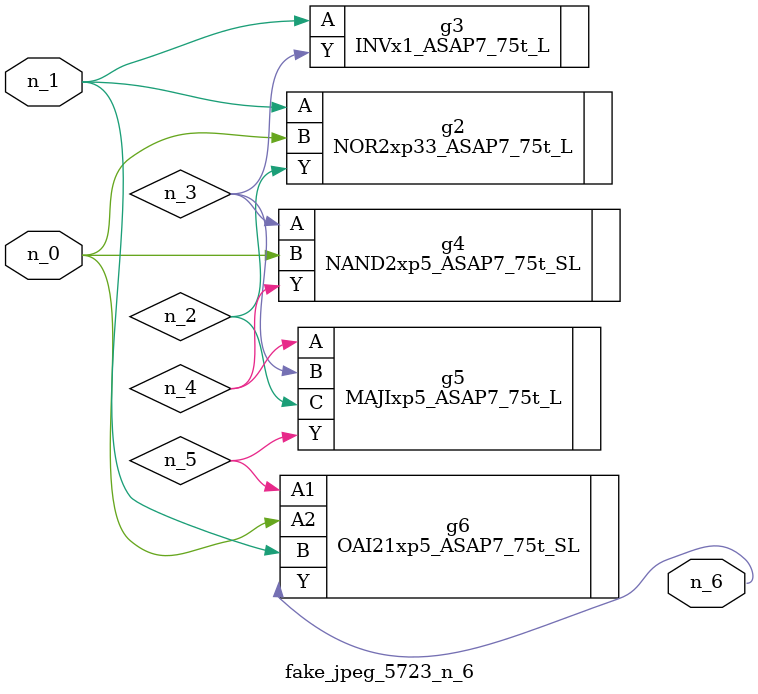
<source format=v>
module fake_jpeg_5723_n_6 (n_0, n_1, n_6);

input n_0;
input n_1;

output n_6;

wire n_2;
wire n_3;
wire n_4;
wire n_5;

NOR2xp33_ASAP7_75t_L g2 ( 
.A(n_1),
.B(n_0),
.Y(n_2)
);

INVx1_ASAP7_75t_L g3 ( 
.A(n_1),
.Y(n_3)
);

NAND2xp5_ASAP7_75t_SL g4 ( 
.A(n_3),
.B(n_0),
.Y(n_4)
);

MAJIxp5_ASAP7_75t_L g5 ( 
.A(n_4),
.B(n_3),
.C(n_2),
.Y(n_5)
);

OAI21xp5_ASAP7_75t_SL g6 ( 
.A1(n_5),
.A2(n_0),
.B(n_1),
.Y(n_6)
);


endmodule
</source>
